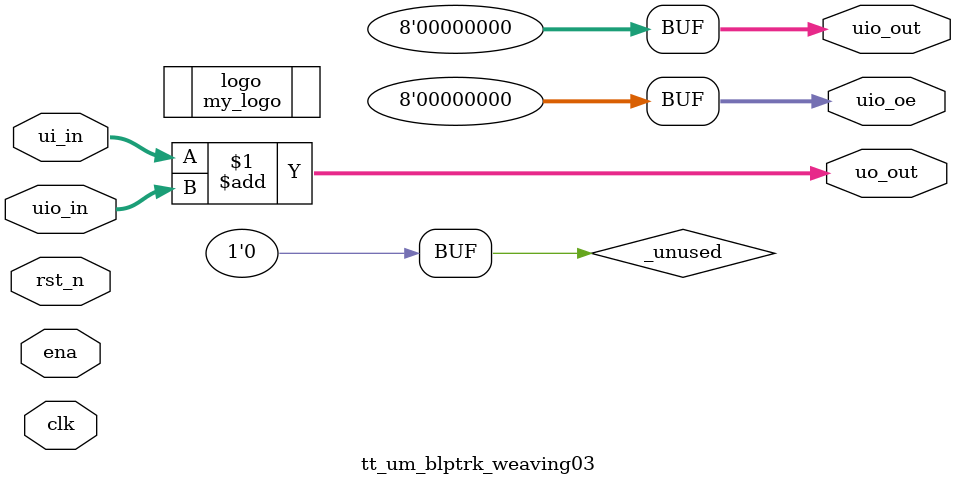
<source format=v>
/*
 * Copyright (c) 2024 Your Name
 * SPDX-License-Identifier: Apache-2.0
 */

`default_nettype none

(* blackbox *) (* keep *)
module my_logo ();
endmodule

module tt_um_blptrk_weaving03 (
    input  wire [7:0] ui_in,    // Dedicated inputs
    output wire [7:0] uo_out,   // Dedicated outputs
    input  wire [7:0] uio_in,   // IOs: Input path
    output wire [7:0] uio_out,  // IOs: Output path
    output wire [7:0] uio_oe,   // IOs: Enable path (active high: 0=input, 1=output)
    input  wire       ena,      // always 1 when the design is powered, so you can ignore it
    input  wire       clk,      // clock
    input  wire       rst_n     // reset_n - low to reset
);

  (* keep *)
  my_logo logo();

  // All output pins must be assigned. If not used, assign to 0.
  assign uo_out  = ui_in + uio_in;  // Example: ou_out is the sum of ui_in and uio_in
  assign uio_out = 0;
  assign uio_oe  = 0;

  // List all unused inputs to prevent warnings
  wire _unused = &{ena, clk, rst_n, 1'b0};

endmodule

</source>
